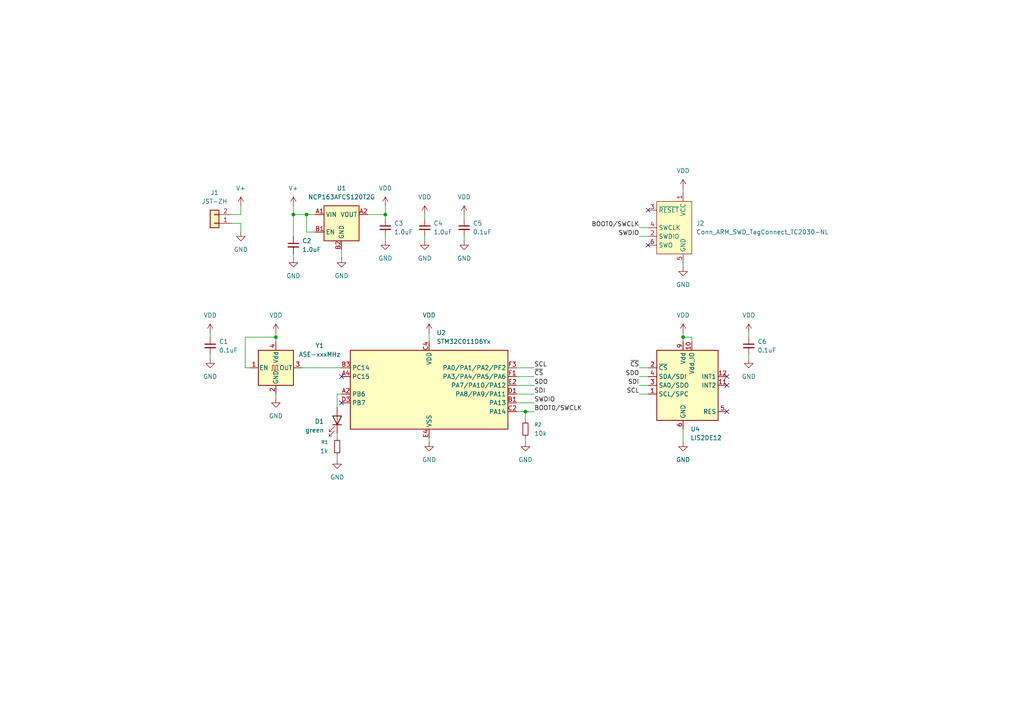
<source format=kicad_sch>
(kicad_sch (version 20250114) (generator "eeschema") (generator_version "9.0")
  (paper "A4")
  (title_block (title "BGA_0201_RECT") (date "2026-02-21") (rev "0.1") (company "RM1N"))
  (lib_symbols
    (symbol "Connector:Conn_ARM_SWD_TagConnect_TC2030-NL" (in_bom no)
      (property "Reference" "J" (at 2.54 11.43 0))
      (property "Value" "Conn_ARM_SWD_TagConnect_TC2030-NL" (at 2.54 8.89 0))
      (symbol "Conn_ARM_SWD_TagConnect_TC2030-NL_0_0"
        (pin power_in line (at -2.54 10.16 270) (length 2.54) (name "VCC") (number "1"))
        (pin power_in line (at -2.54 -10.16 90) (length 2.54) (name "GND") (number "5"))
        (pin open_collector line (at 7.62 5.08 180) (length 2.54) (name "~{RESET}") (number "3"))
        (pin output line (at 7.62 0 180) (length 2.54) (name "SWCLK") (number "4"))
        (pin bidirectional line (at 7.62 -2.54 180) (length 2.54) (name "SWDIO") (number "2"))
        (pin input line (at 7.62 -5.08 180) (length 2.54) (name "SWO") (number "6"))
      )
      (symbol "Conn_ARM_SWD_TagConnect_TC2030-NL_0_1"
        (rectangle (start -5.08 7.62) (end 5.08 -7.62) (fill (type background)))
      )
    )
    (symbol "Connector_Generic:Conn_01x02" (pin_names (offset 1.016) (hide yes))
      (property "Reference" "J" (at 0 2.54 0))
      (property "Value" "Conn_01x02" (at 0 -5.08 0))
      (symbol "Conn_01x02_1_1"
        (rectangle (start -1.27 1.27) (end 1.27 -3.81) (stroke (width 0.254)) (fill (type background)))
        (rectangle (start -1.27 0.127) (end 0 -0.127) (stroke (width 0.1524)))
        (rectangle (start -1.27 -2.413) (end 0 -2.667) (stroke (width 0.1524)))
        (pin passive line (at -5.08 0 0) (length 3.81) (name "Pin_1") (number "1"))
        (pin passive line (at -5.08 -2.54 0) (length 3.81) (name "Pin_2") (number "2"))
      )
    )
    (symbol "Device:C_Small" (pin_numbers (hide yes)) (pin_names (offset 0.254) (hide yes))
      (property "Reference" "C" (at 0.254 1.778 0))
      (property "Value" "C_Small" (at 0.254 -2.032 0))
      (symbol "C_Small_0_1"
        (polyline (pts (xy -1.524 0.508) (xy 1.524 0.508)) (stroke (width 0.3048)))
        (polyline (pts (xy -1.524 -0.508) (xy 1.524 -0.508)) (stroke (width 0.3302)))
      )
      (symbol "C_Small_1_1"
        (pin passive line (at 0 2.54 270) (length 2.032) (name "~") (number "1"))
        (pin passive line (at 0 -2.54 90) (length 2.032) (name "~") (number "2"))
      )
    )
    (symbol "Device:LED" (pin_numbers (hide yes)) (pin_names (offset 1.016) (hide yes))
      (property "Reference" "D" (at 0 2.54 0))
      (property "Value" "LED" (at 0 -2.54 0))
      (symbol "LED_0_1"
        (polyline (pts (xy -3.048 -0.762) (xy -4.572 -2.286) (xy -3.81 -2.286) (xy -4.572 -2.286) (xy -4.572 -1.524)))
        (polyline (pts (xy -1.778 -0.762) (xy -3.302 -2.286) (xy -2.54 -2.286) (xy -3.302 -2.286) (xy -3.302 -1.524)))
        (polyline (pts (xy -1.27 0) (xy 1.27 0)))
        (polyline (pts (xy -1.27 -1.27) (xy -1.27 1.27)) (stroke (width 0.254)))
        (polyline (pts (xy 1.27 -1.27) (xy 1.27 1.27) (xy -1.27 0) (xy 1.27 -1.27)) (stroke (width 0.254)))
      )
      (symbol "LED_1_1"
        (pin passive line (at -3.81 0 0) (length 2.54) (name "K") (number "1"))
        (pin passive line (at 3.81 0 180) (length 2.54) (name "A") (number "2"))
      )
    )
    (symbol "Device:R_Small" (pin_numbers (hide yes)) (pin_names (offset 0.254) (hide yes))
      (property "Reference" "R" (at 0 0 90))
      (property "Value" "R_Small" (at 1.778 0 90))
      (symbol "R_Small_0_1"
        (rectangle (start -0.762 1.778) (end 0.762 -1.778) (stroke (width 0.2032)))
      )
      (symbol "R_Small_1_1"
        (pin passive line (at 0 2.54 270) (length 0.762) (name "~") (number "1"))
        (pin passive line (at 0 -2.54 90) (length 0.762) (name "~") (number "2"))
      )
    )
    (symbol "MCU_ST_STM32C0:STM32C011D6Yx"
      (property "Reference" "U" (at -22.86 13.97 0))
      (property "Value" "STM32C011D6Yx" (at 2.54 13.97 0))
      (symbol "STM32C011D6Yx_0_1"
        (rectangle (start -22.86 -10.16) (end 22.86 12.7) (stroke (width 0.254)) (fill (type background)))
      )
      (symbol "STM32C011D6Yx_1_1"
        (pin bidirectional line (at -25.4 7.62 0) (length 2.54) (name "PC14") (number "B3"))
        (pin bidirectional line (at -25.4 5.08 0) (length 2.54) (name "PC15") (number "A4"))
        (pin bidirectional line (at -25.4 0 0) (length 2.54) (name "PB6") (number "A2"))
        (pin bidirectional line (at -25.4 -2.54 0) (length 2.54) (name "PB7") (number "D3"))
        (pin power_in line (at 0 15.24 270) (length 2.54) (name "VDD") (number "C4"))
        (pin power_in line (at 0 -12.7 90) (length 2.54) (name "VSS") (number "E4"))
        (pin bidirectional line (at 25.4 7.62 180) (length 2.54) (name "PA0/PA1/PA2/PF2") (number "F3"))
        (pin bidirectional line (at 25.4 5.08 180) (length 2.54) (name "PA3/PA4/PA5/PA6") (number "F1"))
        (pin bidirectional line (at 25.4 2.54 180) (length 2.54) (name "PA7/PA10/PA12") (number "E2"))
        (pin bidirectional line (at 25.4 0 180) (length 2.54) (name "PA8/PA9/PA11") (number "D1"))
        (pin bidirectional line (at 25.4 -2.54 180) (length 2.54) (name "PA13") (number "B1"))
        (pin bidirectional line (at 25.4 -5.08 180) (length 2.54) (name "PA14") (number "C2"))
      )
    )
    (symbol "Oscillator:ASE-xxxMHz" (pin_names (offset 0.254))
      (property "Reference" "Y" (at -5.08 6.35 0))
      (property "Value" "ASE-xxxMHz" (at 1.27 -6.35 0))
      (symbol "ASE-xxxMHz_0_1"
        (rectangle (start -5.08 5.08) (end 5.08 -5.08) (stroke (width 0.254)) (fill (type background)))
        (polyline (pts (xy -1.27 -0.762) (xy -1.016 -0.762) (xy -1.016 0.762) (xy -0.508 0.762) (xy -0.508 -0.762) (xy 0 -0.762) (xy 0 0.762) (xy 0.508 0.762) (xy 0.508 -0.762) (xy 0.762 -0.762)))
      )
      (symbol "ASE-xxxMHz_1_1"
        (pin input line (at -7.62 0 0) (length 2.54) (name "EN") (number "1"))
        (pin power_in line (at 0 7.62 270) (length 2.54) (name "Vdd") (number "4"))
        (pin power_in line (at 0 -7.62 90) (length 2.54) (name "GND") (number "2"))
        (pin output line (at 7.62 0 180) (length 2.54) (name "OUT") (number "3"))
      )
    )
    (symbol "Regulator_Linear:NCP163AFCS120T2G"
      (property "Reference" "U" (at 3.81 -6.35 0))
      (property "Value" "NCP163AFCS120T2G" (at 0 6.35 0))
      (symbol "NCP163AFCS120T2G_0_1"
        (rectangle (start -5.08 5.08) (end 5.08 -5.08) (stroke (width 0.254)) (fill (type background)))
      )
      (symbol "NCP163AFCS120T2G_1_1"
        (pin power_in line (at -7.62 2.54 0) (length 2.54) (name "VIN") (number "A1"))
        (pin input line (at -7.62 -2.54 0) (length 2.54) (name "EN") (number "B1"))
        (pin power_in line (at 0 -7.62 90) (length 2.54) (name "GND") (number "B2"))
        (pin power_out line (at 7.62 2.54 180) (length 2.54) (name "VOUT") (number "A2"))
      )
    )
    (symbol "Sensor_Motion:LIS2DE12"
      (property "Reference" "U" (at -5.08 11.43 0))
      (property "Value" "LIS2DE12" (at 3.81 11.43 0))
      (symbol "LIS2DE12_0_1"
        (rectangle (start -7.62 10.16) (end 10.16 -10.16) (stroke (width 0.254)) (fill (type background)))
      )
      (symbol "LIS2DE12_1_1"
        (pin input line (at -10.16 5.08 0) (length 2.54) (name "~{CS}") (number "2"))
        (pin bidirectional line (at -10.16 2.54 0) (length 2.54) (name "SDA/SDI") (number "4"))
        (pin bidirectional line (at -10.16 0 0) (length 2.54) (name "SA0/SDO") (number "3"))
        (pin input line (at -10.16 -2.54 0) (length 2.54) (name "SCL/SPC") (number "1"))
        (pin power_in line (at 0 12.7 270) (length 2.54) (name "Vdd") (number "9"))
        (pin power_in line (at 0 -12.7 90) (length 2.54) (name "GND") (number "6"))
        (pin passive line (at 0 -12.7 90) (length 2.54) (hide yes) (name "GND") (number "7"))
        (pin passive line (at 0 -12.7 90) (length 2.54) (hide yes) (name "GND") (number "8"))
        (pin power_in line (at 2.54 12.7 270) (length 2.54) (name "Vdd_IO") (number "10"))
        (pin output line (at 12.7 2.54 180) (length 2.54) (name "INT1") (number "12"))
        (pin output line (at 12.7 0 180) (length 2.54) (name "INT2") (number "11"))
        (pin passive line (at 12.7 -7.62 180) (length 2.54) (name "RES") (number "5"))
      )
    )
    (symbol "power:GND" (power) (pin_numbers (hide yes)) (pin_names (offset 0) (hide yes))
      (property "Value" "GND" (at 0 -3.81 0))
      (symbol "GND_0_1"
        (polyline (pts (xy 0 0) (xy 0 -1.27) (xy 1.27 -1.27) (xy 0 -2.54) (xy -1.27 -1.27) (xy 0 -1.27)))
      )
      (symbol "GND_1_1"
        (pin power_in line (at 0 0 270) (length 0) (name "~") (number "1"))
      )
    )
    (symbol "power:VCC" (power) (pin_numbers (hide yes)) (pin_names (offset 0) (hide yes))
      (property "Value" "VCC" (at 0 3.556 0))
      (symbol "VCC_0_1"
        (polyline (pts (xy -0.762 1.27) (xy 0 2.54)))
        (polyline (pts (xy 0 2.54) (xy 0.762 1.27)))
        (polyline (pts (xy 0 0) (xy 0 2.54)))
      )
      (symbol "VCC_1_1"
        (pin power_in line (at 0 0 90) (length 0) (name "~") (number "1"))
      )
    )
    (symbol "power:VDD" (power) (pin_numbers (hide yes)) (pin_names (offset 0) (hide yes))
      (property "Value" "VDD" (at 0 3.556 0))
      (symbol "VDD_0_1"
        (polyline (pts (xy -0.762 1.27) (xy 0 2.54)))
        (polyline (pts (xy 0 2.54) (xy 0.762 1.27)))
        (polyline (pts (xy 0 0) (xy 0 2.54)))
      )
      (symbol "VDD_1_1"
        (pin power_in line (at 0 0 90) (length 0) (name "~") (number "1"))
      )
    )
  )
  (junction (at 88.9 62.23))
  (junction (at 85.09 62.23))
  (junction (at 152.4 119.38))
  (junction (at 198.12 97.79))
  (junction (at 80.01 97.79))
  (junction (at 111.76 62.23))
  (no_connect (at 187.96 71.12))
  (no_connect (at 210.82 111.76))
  (no_connect (at 99.06 116.84))
  (no_connect (at 187.96 60.96))
  (no_connect (at 210.82 119.38))
  (no_connect (at 210.82 109.22))
  (no_connect (at 99.06 109.22))
  (wire (pts (xy 111.76 68.58) (xy 111.76 69.85)))
  (wire (pts (xy 200.66 97.79) (xy 198.12 97.79)))
  (wire (pts (xy 187.96 111.76) (xy 185.42 111.76)))
  (wire (pts (xy 97.79 125.73) (xy 97.79 127)))
  (wire (pts (xy 149.86 119.38) (xy 152.4 119.38)))
  (wire (pts (xy 149.86 116.84) (xy 154.94 116.84)))
  (wire (pts (xy 97.79 114.3) (xy 97.79 118.11)))
  (wire (pts (xy 149.86 106.68) (xy 154.94 106.68)))
  (wire (pts (xy 85.09 62.23) (xy 88.9 62.23)))
  (wire (pts (xy 85.09 62.23) (xy 85.09 68.58)))
  (wire (pts (xy 111.76 62.23) (xy 111.76 63.5)))
  (wire (pts (xy 60.96 96.52) (xy 60.96 97.79)))
  (wire (pts (xy 99.06 72.39) (xy 99.06 74.93)))
  (wire (pts (xy 149.86 111.76) (xy 154.94 111.76)))
  (wire (pts (xy 88.9 67.31) (xy 88.9 62.23)))
  (wire (pts (xy 185.42 106.68) (xy 187.96 106.68)))
  (wire (pts (xy 71.12 97.79) (xy 80.01 97.79)))
  (wire (pts (xy 71.12 97.79) (xy 71.12 106.68)))
  (wire (pts (xy 149.86 109.22) (xy 154.94 109.22)))
  (wire (pts (xy 200.66 99.06) (xy 200.66 97.79)))
  (wire (pts (xy 198.12 54.61) (xy 198.12 55.88)))
  (wire (pts (xy 217.17 96.52) (xy 217.17 97.79)))
  (wire (pts (xy 187.96 109.22) (xy 185.42 109.22)))
  (wire (pts (xy 60.96 102.87) (xy 60.96 104.14)))
  (wire (pts (xy 134.62 62.23) (xy 134.62 63.5)))
  (wire (pts (xy 69.85 62.23) (xy 67.31 62.23)))
  (wire (pts (xy 111.76 59.69) (xy 111.76 62.23)))
  (wire (pts (xy 185.42 66.04) (xy 187.96 66.04)))
  (wire (pts (xy 72.39 106.68) (xy 71.12 106.68)))
  (wire (pts (xy 87.63 106.68) (xy 99.06 106.68)))
  (wire (pts (xy 134.62 68.58) (xy 134.62 69.85)))
  (wire (pts (xy 152.4 119.38) (xy 152.4 121.92)))
  (wire (pts (xy 149.86 114.3) (xy 154.94 114.3)))
  (wire (pts (xy 123.19 62.23) (xy 123.19 63.5)))
  (wire (pts (xy 124.46 96.52) (xy 124.46 99.06)))
  (wire (pts (xy 123.19 68.58) (xy 123.19 69.85)))
  (wire (pts (xy 198.12 96.52) (xy 198.12 97.79)))
  (wire (pts (xy 88.9 62.23) (xy 91.44 62.23)))
  (wire (pts (xy 152.4 119.38) (xy 154.94 119.38)))
  (wire (pts (xy 124.46 127) (xy 124.46 128.27)))
  (wire (pts (xy 99.06 114.3) (xy 97.79 114.3)))
  (wire (pts (xy 80.01 114.3) (xy 80.01 115.57)))
  (wire (pts (xy 217.17 102.87) (xy 217.17 104.14)))
  (wire (pts (xy 85.09 59.69) (xy 85.09 62.23)))
  (wire (pts (xy 198.12 76.2) (xy 198.12 77.47)))
  (wire (pts (xy 69.85 67.31) (xy 69.85 64.77)))
  (wire (pts (xy 69.85 64.77) (xy 67.31 64.77)))
  (wire (pts (xy 185.42 68.58) (xy 187.96 68.58)))
  (wire (pts (xy 97.79 132.08) (xy 97.79 133.35)))
  (wire (pts (xy 198.12 97.79) (xy 198.12 99.06)))
  (wire (pts (xy 69.85 59.69) (xy 69.85 62.23)))
  (wire (pts (xy 152.4 127) (xy 152.4 128.27)))
  (wire (pts (xy 185.42 114.3) (xy 187.96 114.3)))
  (wire (pts (xy 80.01 97.79) (xy 80.01 99.06)))
  (wire (pts (xy 198.12 124.46) (xy 198.12 128.27)))
  (wire (pts (xy 91.44 67.31) (xy 88.9 67.31)))
  (wire (pts (xy 85.09 73.66) (xy 85.09 74.93)))
  (wire (pts (xy 80.01 96.52) (xy 80.01 97.79)))
  (wire (pts (xy 111.76 62.23) (xy 106.68 62.23)))
  (label "SDO" (at 185.42 109.22 180))
  (label "SWDIO" (at 185.42 68.58 180))
  (label "BOOT0{slash}SWCLK" (at 154.94 119.38 0))
  (label "SWDIO" (at 154.94 116.84 0))
  (label "SDI" (at 154.94 114.3 0))
  (label "SDI" (at 185.42 111.76 180))
  (label "~{CS}" (at 154.94 109.22 0))
  (label "~{CS}" (at 185.42 106.68 180))
  (label "BOOT0{slash}SWCLK" (at 185.42 66.04 180))
  (label "SDO" (at 154.94 111.76 0))
  (label "SCL" (at 154.94 106.68 0))
  (label "SCL" (at 185.42 114.3 180))
  (symbol (lib_id "power:GND") (at 97.79 133.35 0) (mirror y) (unit 1)
    (property "Reference" "#PWR09" (effects (hide yes)))
    (property "Value" "GND" (at 97.79 138.43 0))
    (property "Description" "Power symbol creates a global label with name \"GND\" , ground" (effects (hide yes)))
  )
  (symbol (lib_id "power:VDD") (at 124.46 96.52 0) (unit 1)
    (property "Reference" "#PWR015" (effects (hide yes)))
    (property "Value" "VDD" (at 124.46 91.44 0))
    (property "Description" "Power symbol creates a global label with name \"VDD\"" (effects (hide yes)))
  )
  (symbol (lib_id "MCU_ST_STM32C0:STM32C011D6Yx") (at 124.46 114.3 0) (unit 1)
    (property "Reference" "U2" (at 126.6033 96.52 0) (effects (justify left)))
    (property "Value" "STM32C011D6Yx" (at 126.6033 99.06 0) (effects (justify left)))
    (property "Footprint" "Package_CSP:ST_WLCSP-12_1.7x1.42mm_Layout4x6_P0.35mm_Stagger" (effects (hide yes)))
    (property "Datasheet" "https://www.st.com/resource/en/datasheet/stm32c011d6.pdf" (effects (hide yes)))
    (property "Description" "STMicroelectronics Arm Cortex-M0+ MCU, 32KB flash, 6KB RAM, 48 MHz, 2.0-3.6V, 10 GPIO, WLCSP12" (effects (hide yes)))
  )
  (symbol (lib_id "power:VDD") (at 80.01 96.52 0) (unit 1)
    (property "Reference" "#PWR05" (effects (hide yes)))
    (property "Value" "VDD" (at 80.01 91.44 0))
    (property "Description" "Power symbol creates a global label with name \"VDD\"" (effects (hide yes)))
  )
  (symbol (lib_id "Oscillator:ASE-xxxMHz") (at 80.01 106.68 0) (unit 1)
    (property "Reference" "Y1" (at 92.71 100.2598 0))
    (property "Value" "ASE-xxxMHz" (at 92.71 102.7998 0))
    (property "Footprint" "Oscillator:Oscillator_SMD_Abracon_ASE-4Pin_3.2x2.5mm" (effects (hide yes)))
    (property "Datasheet" "http://www.abracon.com/Oscillators/ASV.pdf" (effects (hide yes)))
    (property "Description" "3.3V CMOS SMD Crystal Clock Oscillator, Abracon" (effects (hide yes)))
  )
  (symbol (lib_id "Connector_Generic:Conn_01x02") (at 62.23 64.77 180) (unit 1)
    (property "Reference" "J1" (at 62.23 55.88 0))
    (property "Value" "JST-ZH" (at 62.23 58.42 0))
    (property "Footprint" "Connector_JST:JST_ZH_B2B-ZR_1x02_P1.50mm_Vertical" (effects (hide yes)))
    (property "Description" "Generic connector, single row, 01x02, script generated (kicad-library-utils/schlib/autogen/connector/)" (effects (hide yes)))
  )
  (symbol (lib_id "Device:C_Small") (at 60.96 100.33 0) (unit 1)
    (property "Reference" "C1" (at 63.5 99.0662 0) (effects (justify left)))
    (property "Value" "0.1uF" (at 63.5 101.6062 0) (effects (justify left)))
    (property "Footprint" "Capacitor_SMD:C_0201_0603Metric" (effects (hide yes)))
    (property "Description" "Unpolarized capacitor, small symbol" (effects (hide yes)))
  )
  (symbol (lib_id "power:VCC") (at 69.85 59.69 0) (mirror y) (unit 1)
    (property "Reference" "#PWR03" (effects (hide yes)))
    (property "Value" "V+" (at 69.85 54.61 0))
    (property "Description" "Power symbol creates a global label with name \"VCC\"" (effects (hide yes)))
  )
  (symbol (lib_id "power:GND") (at 124.46 128.27 0) (mirror y) (unit 1)
    (property "Reference" "#PWR016" (effects (hide yes)))
    (property "Value" "GND" (at 124.46 133.35 0))
    (property "Description" "Power symbol creates a global label with name \"GND\" , ground" (effects (hide yes)))
  )
  (symbol (lib_id "power:VDD") (at 134.62 62.23 0) (unit 1)
    (property "Reference" "#PWR017" (effects (hide yes)))
    (property "Value" "VDD" (at 134.62 57.15 0))
    (property "Description" "Power symbol creates a global label with name \"VDD\"" (effects (hide yes)))
  )
  (symbol (lib_id "power:GND") (at 198.12 128.27 0) (mirror y) (unit 1)
    (property "Reference" "#PWR023" (effects (hide yes)))
    (property "Value" "GND" (at 198.12 133.35 0))
    (property "Description" "Power symbol creates a global label with name \"GND\" , ground" (effects (hide yes)))
  )
  (symbol (lib_id "power:VDD") (at 198.12 54.61 0) (unit 1)
    (property "Reference" "#PWR020" (effects (hide yes)))
    (property "Value" "VDD" (at 198.12 49.53 0))
    (property "Description" "Power symbol creates a global label with name \"VDD\"" (effects (hide yes)))
  )
  (symbol (lib_id "power:GND") (at 85.09 74.93 0) (mirror y) (unit 1)
    (property "Reference" "#PWR08" (effects (hide yes)))
    (property "Value" "GND" (at 85.09 80.01 0))
    (property "Description" "Power symbol creates a global label with name \"GND\" , ground" (effects (hide yes)))
  )
  (symbol (lib_id "power:GND") (at 111.76 69.85 0) (mirror y) (unit 1)
    (property "Reference" "#PWR012" (effects (hide yes)))
    (property "Value" "GND" (at 111.76 74.93 0))
    (property "Description" "Power symbol creates a global label with name \"GND\" , ground" (effects (hide yes)))
  )
  (symbol (lib_id "power:GND") (at 198.12 77.47 0) (mirror y) (unit 1)
    (property "Reference" "#PWR021" (effects (hide yes)))
    (property "Value" "GND" (at 198.12 82.55 0))
    (property "Description" "Power symbol creates a global label with name \"GND\" , ground" (effects (hide yes)))
  )
  (symbol (lib_id "Device:LED") (at 97.79 121.92 270) (mirror x) (unit 1)
    (property "Reference" "D1" (at 93.98 122.2374 90) (effects (justify right)))
    (property "Value" "green" (at 93.98 124.7774 90) (effects (justify right)))
    (property "Footprint" "LED_SMD:LED_0201_0603Metric" (effects (hide yes)))
    (property "Description" "Light emitting diode" (effects (hide yes)))
    (property "Sim.Pins" "1=K 2=A" (effects (hide yes)))
  )
  (symbol (lib_id "power:VDD") (at 60.96 96.52 0) (unit 1)
    (property "Reference" "#PWR01" (effects (hide yes)))
    (property "Value" "VDD" (at 60.96 91.44 0))
    (property "Description" "Power symbol creates a global label with name \"VDD\"" (effects (hide yes)))
  )
  (symbol (lib_id "power:GND") (at 80.01 115.57 0) (mirror y) (unit 1)
    (property "Reference" "#PWR06" (effects (hide yes)))
    (property "Value" "GND" (at 80.01 120.65 0))
    (property "Description" "Power symbol creates a global label with name \"GND\" , ground" (effects (hide yes)))
  )
  (symbol (lib_id "power:VDD") (at 217.17 96.52 0) (unit 1)
    (property "Reference" "#PWR024" (effects (hide yes)))
    (property "Value" "VDD" (at 217.17 91.44 0))
    (property "Description" "Power symbol creates a global label with name \"VDD\"" (effects (hide yes)))
  )
  (symbol (lib_id "Device:C_Small") (at 123.19 66.04 0) (unit 1)
    (property "Reference" "C4" (at 125.73 64.7762 0) (effects (justify left)))
    (property "Value" "1.0uF" (at 125.73 67.3162 0) (effects (justify left)))
    (property "Footprint" "Capacitor_SMD:C_0201_0603Metric" (effects (hide yes)))
    (property "Description" "Unpolarized capacitor, small symbol" (effects (hide yes)))
  )
  (symbol (lib_id "power:VCC") (at 85.09 59.69 0) (mirror y) (unit 1)
    (property "Reference" "#PWR07" (effects (hide yes)))
    (property "Value" "V+" (at 85.09 54.61 0))
    (property "Description" "Power symbol creates a global label with name \"VCC\"" (effects (hide yes)))
  )
  (symbol (lib_id "power:GND") (at 99.06 74.93 0) (mirror y) (unit 1)
    (property "Reference" "#PWR010" (effects (hide yes)))
    (property "Value" "GND" (at 99.06 80.01 0))
    (property "Description" "Power symbol creates a global label with name \"GND\" , ground" (effects (hide yes)))
  )
  (symbol (lib_id "Device:R_Small") (at 97.79 129.54 0) (mirror y) (unit 1)
    (property "Reference" "R1" (at 95.25 128.2699 0) (effects (font (size 1.016 1.016)) (justify left)))
    (property "Value" "1k" (at 95.25 130.8099 0) (effects (justify left)))
    (property "Footprint" "Resistor_SMD:R_0201_0603Metric" (effects (hide yes)))
    (property "Description" "Resistor, small symbol" (effects (hide yes)))
  )
  (symbol (lib_id "Sensor_Motion:LIS2DE12") (at 198.12 111.76 0) (unit 1)
    (property "Reference" "U4" (at 200.2633 124.46 0) (effects (justify left)))
    (property "Value" "LIS2DE12" (at 200.2633 127 0) (effects (justify left)))
    (property "Footprint" "Package_LGA:LGA-12_2x2mm_P0.5mm" (effects (hide yes)))
    (property "Datasheet" "https://www.st.com/resource/en/datasheet/lis2DE12.pdf" (effects (hide yes)))
    (property "Description" "3-Axis Accelerometer, 2/4/8/16g range, I2C/SPI interface" (effects (hide yes)))
  )
  (symbol (lib_id "Device:C_Small") (at 134.62 66.04 0) (unit 1)
    (property "Reference" "C5" (at 137.16 64.7762 0) (effects (justify left)))
    (property "Value" "0.1uF" (at 137.16 67.3162 0) (effects (justify left)))
    (property "Footprint" "Capacitor_SMD:C_0201_0603Metric" (effects (hide yes)))
    (property "Description" "Unpolarized capacitor, small symbol" (effects (hide yes)))
  )
  (symbol (lib_id "power:GND") (at 152.4 128.27 0) (mirror y) (unit 1)
    (property "Reference" "#PWR019" (effects (hide yes)))
    (property "Value" "GND" (at 152.4 133.35 0))
    (property "Description" "Power symbol creates a global label with name \"GND\" , ground" (effects (hide yes)))
  )
  (symbol (lib_id "Regulator_Linear:NCP163AFCS120T2G") (at 99.06 64.77 0) (unit 1)
    (property "Reference" "U1" (at 99.06 54.61 0))
    (property "Value" "NCP163AFCS120T2G" (at 99.06 57.15 0))
    (property "Footprint" "Package_CSP:WLCSP-4_0.64x0.64mm_Layout2x2_P0.35mm" (effects (hide yes)))
    (property "Datasheet" "https://www.onsemi.com/pdf/datasheet/ncp163-d.pdf" (effects (hide yes)))
    (property "Description" "250mA low-noise LDO, 2.2V-5.5V input, 1.2V output, WLCSP-4" (effects (hide yes)))
  )
  (symbol (lib_id "power:GND") (at 69.85 67.31 0) (mirror y) (unit 1)
    (property "Reference" "#PWR04" (effects (hide yes)))
    (property "Value" "GND" (at 69.85 72.39 0))
    (property "Description" "Power symbol creates a global label with name \"GND\" , ground" (effects (hide yes)))
  )
  (symbol (lib_id "Connector:Conn_ARM_SWD_TagConnect_TC2030-NL") (at 195.58 66.04 0) (mirror y) (unit 1) (in_bom no)
    (property "Reference" "J2" (at 201.93 64.7699 0) (effects (justify right)))
    (property "Value" "Conn_ARM_SWD_TagConnect_TC2030-NL" (at 201.93 67.3099 0) (effects (justify right)))
    (property "Footprint" "Connector:Tag-Connect_TC2030-IDC-NL_2x03_P1.27mm_Vertical" (effects (hide yes)))
    (property "Datasheet" "https://www.tag-connect.com/wp-content/uploads/bsk-pdf-manager/TC2030-CTX_1.pdf" (effects (hide yes)))
    (property "Description" "Tag-Connect ARM Cortex SWD JTAG connector, 6 pin, no legs" (effects (hide yes)))
  )
  (symbol (lib_id "Device:C_Small") (at 85.09 71.12 0) (unit 1)
    (property "Reference" "C2" (at 87.63 69.8562 0) (effects (justify left)))
    (property "Value" "1.0uF" (at 87.63 72.3962 0) (effects (justify left)))
    (property "Footprint" "Capacitor_SMD:C_0201_0603Metric" (effects (hide yes)))
    (property "Description" "Unpolarized capacitor, small symbol" (effects (hide yes)))
  )
  (symbol (lib_id "power:GND") (at 60.96 104.14 0) (mirror y) (unit 1)
    (property "Reference" "#PWR02" (effects (hide yes)))
    (property "Value" "GND" (at 60.96 109.22 0))
    (property "Description" "Power symbol creates a global label with name \"GND\" , ground" (effects (hide yes)))
  )
  (symbol (lib_id "power:VDD") (at 111.76 59.69 0) (unit 1)
    (property "Reference" "#PWR011" (effects (hide yes)))
    (property "Value" "VDD" (at 111.76 54.61 0))
    (property "Description" "Power symbol creates a global label with name \"VDD\"" (effects (hide yes)))
  )
  (symbol (lib_id "power:GND") (at 217.17 104.14 0) (mirror y) (unit 1)
    (property "Reference" "#PWR025" (effects (hide yes)))
    (property "Value" "GND" (at 217.17 109.22 0))
    (property "Description" "Power symbol creates a global label with name \"GND\" , ground" (effects (hide yes)))
  )
  (symbol (lib_id "power:GND") (at 123.19 69.85 0) (mirror y) (unit 1)
    (property "Reference" "#PWR014" (effects (hide yes)))
    (property "Value" "GND" (at 123.19 74.93 0))
    (property "Description" "Power symbol creates a global label with name \"GND\" , ground" (effects (hide yes)))
  )
  (symbol (lib_id "power:GND") (at 134.62 69.85 0) (mirror y) (unit 1)
    (property "Reference" "#PWR018" (effects (hide yes)))
    (property "Value" "GND" (at 134.62 74.93 0))
    (property "Description" "Power symbol creates a global label with name \"GND\" , ground" (effects (hide yes)))
  )
  (symbol (lib_id "Device:C_Small") (at 111.76 66.04 0) (unit 1)
    (property "Reference" "C3" (at 114.3 64.7762 0) (effects (justify left)))
    (property "Value" "1.0uF" (at 114.3 67.3162 0) (effects (justify left)))
    (property "Footprint" "Capacitor_SMD:C_0201_0603Metric" (effects (hide yes)))
    (property "Description" "Unpolarized capacitor, small symbol" (effects (hide yes)))
  )
  (symbol (lib_id "Device:C_Small") (at 217.17 100.33 0) (unit 1)
    (property "Reference" "C6" (at 219.71 99.0662 0) (effects (justify left)))
    (property "Value" "0.1uF" (at 219.71 101.6062 0) (effects (justify left)))
    (property "Footprint" "Capacitor_SMD:C_0201_0603Metric" (effects (hide yes)))
    (property "Description" "Unpolarized capacitor, small symbol" (effects (hide yes)))
  )
  (symbol (lib_id "Device:R_Small") (at 152.4 124.46 0) (unit 1)
    (property "Reference" "R2" (at 154.94 123.1899 0) (effects (font (size 1.016 1.016)) (justify left)))
    (property "Value" "10k" (at 154.94 125.7299 0) (effects (justify left)))
    (property "Footprint" "Resistor_SMD:R_0201_0603Metric" (effects (hide yes)))
    (property "Description" "Resistor, small symbol" (effects (hide yes)))
  )
  (symbol (lib_id "power:VDD") (at 198.12 96.52 0) (unit 1)
    (property "Reference" "#PWR022" (effects (hide yes)))
    (property "Value" "VDD" (at 198.12 91.44 0))
    (property "Description" "Power symbol creates a global label with name \"VDD\"" (effects (hide yes)))
  )
  (symbol (lib_id "power:VDD") (at 123.19 62.23 0) (unit 1)
    (property "Reference" "#PWR013" (effects (hide yes)))
    (property "Value" "VDD" (at 123.19 57.15 0))
    (property "Description" "Power symbol creates a global label with name \"VDD\"" (effects (hide yes)))
  )
)
</source>
